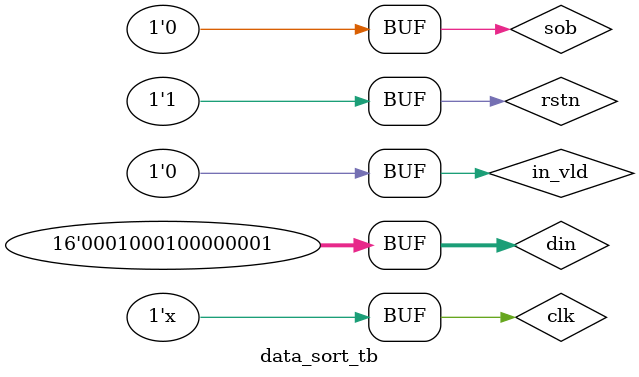
<source format=sv>
`timescale 1ns/10ps

module ctrl(input logic clk,rstn,sob,in_vld,
	input [3:0] addr_o,
	output logic we,out_vld,
	output logic [3:0] addr);

	logic [3:0] cnt;
	logic [1:0]state,next_state;
	
	always_ff @(posedge clk,negedge rstn)begin
		if(~rstn) begin
			cnt<=4'h0;
			state<=2'b00;
		end else begin
			cnt<=4'h0;
			state<=next_state;
			if(|state) begin
				if(&cnt) cnt<=4'h0;
				else cnt<=cnt+4'h1;
			end
		end
	end

	assign we=(|state);
	assign addr=state[0]?cnt:addr_o;
	assign out_vld=state[1];
	always_comb begin
		case (state)
			2'b00:next_state=sob? 2'b01:2'b00;
			2'b01:next_state=(&cnt)?2'b10:2'b01;
			2'b10:next_state=(&cnt)?(sob?2'b01:2'b00):2'b10;
			default:next_state=2'b00;
		endcase
	end
endmodule

module data_buff(input logic clk,rstn,we,
		input logic [15:0] data_in,
		input logic [3:0] addr,
		output logic [255:0] data_out);

	logic [15:0] data_buff[0:15];
	always_ff@(posedge clk, negedge rstn)begin
		if(~rstn) begin
			for (int i=0;i<16;i+=1)begin
				data_buff[i]<=16'h0000;
			end
		end else begin
			if(we) data_buff[addr]<=data_in;
		end
	end

	always_comb begin
		for (int i=0;i<16;i+=1) begin
			data_out[i*16+:16]=data_buff[i];
		end
	end
endmodule

module compare_two(input logic [15:0] a,b,
		output logic [15:0] max,
		output logic z);

	logic [16:0] sub;
	logic [15:0] notb;
	assign notb=~b;
	assign sub={a[15],a}+{notb[15],notb}+{{16{1'b0}},1'b1};
	assign z=sub[16];
	assign max=z?b:a;
endmodule

module data_sort(input logic clk,rstn,sob,in_vld,
		input logic [15:0] din,
		output logic [15:0] dout,
		output logic out_vld);
	
	logic [3:0]com_addr_o,ram_addr_i;
	logic we;
	logic [255:0] com_data_i;
	logic [15:0] data_in;

	assign data_in=out_vld?16'h8000:din;

	ctrl ctrl_0(.clk(clk),.rstn(rstn),.sob(sob),.in_vld(in_vld),
	.addr_o(com_addr_o),
	.we(we),.out_vld(out_vld),
	.addr(ram_addr_i));

	data_buff data_buff_0(.clk(clk),.rstn(rstn),.we(we),
		.data_in(data_in),
		.addr(ram_addr_i),
		.data_out(com_data_i));
	
	logic [7:0]A_z;
	logic [15:0] A_d [0:7];

	logic [3:0]B_z;
	logic [15:0] B_d[0:3];
	
	logic [1:0]C_z;
	logic [31:0] C_d;
	
	logic D_z;	

	genvar i;

	generate
		for(i=0;i<8;i+=1) begin: compare_block_A
			compare_two compare_two_A1(.a(com_data_i[i*32+:16]),.b(com_data_i[(i*32+16)+:16]),.max(A_d[i]),.z(A_z[i]));
		end

		for(i=0;i<4;i+=1) begin: compare_block_B
			compare_two compare_two_B1(.a(A_d[i*2]),.b(A_d[i*2+1]),.max(B_d[i]),.z(B_z[i]));
		end
	endgenerate

	compare_two compare_two_C1(.a(B_d[0]),.b(B_d[1]),.max(C_d[15:0]),.z(C_z[0]));
	compare_two compare_two_C2(.a(B_d[2]),.b(B_d[3]),.max(C_d[31:16]),.z(C_z[1]));

	compare_two compare_two_D1(.a(C_d[15:0]),.b(C_d[31:16]),.max(dout),.z(D_z));

	always_comb begin
		com_addr_o[3]=D_z;
		com_addr_o[2]=D_z?C_z[1]:C_z[0];
		case({D_z,com_addr_o[2]})
			2'b00:com_addr_o[1]=B_z[0];
			2'b01:com_addr_o[1]=B_z[1];
			2'b10:com_addr_o[1]=B_z[2];
			2'b11:com_addr_o[1]=B_z[3];
		endcase

		case({D_z,com_addr_o[2],com_addr_o[1]})
			3'b000:com_addr_o[0]=A_z[0];
			3'b001:com_addr_o[0]=A_z[1];
			3'b010:com_addr_o[0]=A_z[2];
			3'b011:com_addr_o[0]=A_z[3];
			3'b100:com_addr_o[0]=A_z[4];
			3'b101:com_addr_o[0]=A_z[5];
			3'b110:com_addr_o[0]=A_z[6];
			3'b111:com_addr_o[0]=A_z[7];
		endcase
	end
endmodule

		
module data_sort_tb;

logic clk,rstn,sob,in_vld,out_vld;
logic [15:0] din,dout;

always #5 clk<=~clk;

data_sort dut(clk,rstn,sob,in_vld,din,dout,out_vld);
initial begin
	clk<=1'b0;
	rstn<=1'b0;
	sob<=1'b0;
	in_vld<=1'b0;
	din<=16'h0000;
	#10 rstn<=1'b1;
	#10 sob<=1'b1;
	#10 in_vld<=1'b1;din<=16'hffff;sob<=1'b0;
	#10 din<=16'hfff0;
	#10 din<=16'h0000;
	#10 din<=16'h1234;
	#10 din<=16'h6264;
	#10 din<=16'hf264;
	#10 din<=16'h5261;
	#10 din<=16'h5000;
	#10 din<=16'h2001;
	#10 din<=16'haaaa;
	#10 din<=16'h5555;
	#10 din<=16'h1111;
	#10 din<=16'h2222;
	#10 din<=16'h8888;
	#10 din<=16'h9999;
	#10 din<=16'h1101;
	#10 in_vld=1'b0;
	#200;
end
endmodule
	
		
		

</source>
